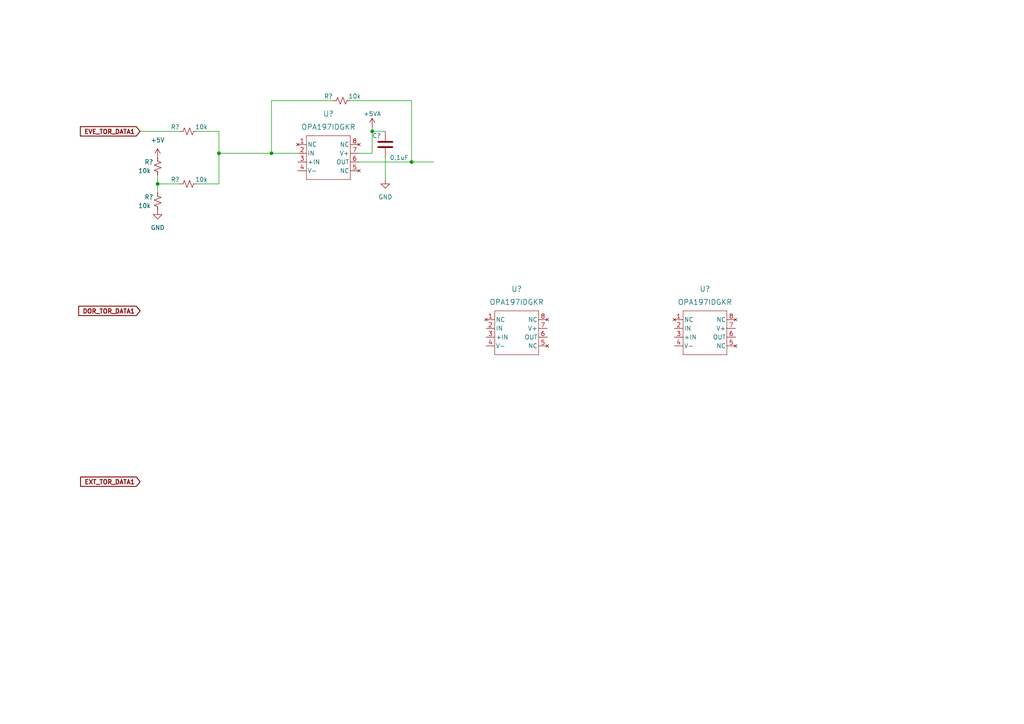
<source format=kicad_sch>
(kicad_sch (version 20211123) (generator eeschema)
  (paper "A4")
  (lib_symbols
    (symbol "Device:C" (pin_numbers hide) (pin_names (offset 0.254))
      (property "Reference" "C" (at 0.635 2.54 0))
      (property "Value" "C" (at 0.635 -2.54 0))
      (symbol "C_0_1"
        (polyline (pts (xy -2.032 -0.762) (xy 2.032 -0.762)) (stroke (width 0.508)))
        (polyline (pts (xy -2.032 0.762) (xy 2.032 0.762)) (stroke (width 0.508)))
      )
      (symbol "C_1_1"
        (pin passive line (at 0 3.81 270) (length 2.794) (name "~") (number "1"))
        (pin passive line (at 0 -3.81 90) (length 2.794) (name "~") (number "2"))
      )
    )
    (symbol "Device:R_Small_US" (pin_numbers hide) (pin_names (offset 0.254) hide)
      (property "Reference" "R" (at 0.762 0.508 0))
      (property "Value" "R_Small_US" (at 0.762 -1.016 0))
      (symbol "R_Small_US_1_1"
        (polyline (pts (xy 0 0) (xy 1.016 -0.381) (xy 0 -0.762) (xy -1.016 -1.143) (xy 0 -1.524)))
        (polyline (pts (xy 0 1.524) (xy 1.016 1.143) (xy 0 0.762) (xy -1.016 0.381) (xy 0 0)))
        (pin passive line (at 0 2.54 270) (length 1.016) (name "~") (number "1"))
        (pin passive line (at 0 -2.54 90) (length 1.016) (name "~") (number "2"))
      )
    )
    (symbol "SymLib:OPA197IDGKR" (pin_names (offset 0.254))
      (property "Reference" "U" (at 15.24 3.81 0))
      (property "Value" "OPA197IDGKR" (at 20.32 -11.43 0))
      (symbol "OPA197IDGKR_0_1"
        (polyline (pts (xy 13.97 -10.16) (xy 26.67 -10.16)) (stroke (width 0.127)))
        (polyline (pts (xy 13.97 2.54) (xy 13.97 -10.16)) (stroke (width 0.127)))
        (polyline (pts (xy 26.67 -10.16) (xy 26.67 2.54)) (stroke (width 0.127)))
        (polyline (pts (xy 26.67 2.54) (xy 13.97 2.54)) (stroke (width 0.127)))
        (pin no_connect line (at 11.43 0 0) (length 2.54) (name "NC") (number "1"))
        (pin unspecified line (at 11.43 -2.54 0) (length 2.54) (name "IN") (number "2"))
        (pin input line (at 11.43 -5.08 0) (length 2.54) (name "+IN") (number "3"))
        (pin power_in line (at 11.43 -7.62 0) (length 2.54) (name "V-") (number "4"))
        (pin no_connect line (at 29.21 -7.62 180) (length 2.54) (name "NC") (number "5"))
        (pin output line (at 29.21 -5.08 180) (length 2.54) (name "OUT") (number "6"))
        (pin power_in line (at 29.21 -2.54 180) (length 2.54) (name "V+") (number "7"))
        (pin no_connect line (at 29.21 0 180) (length 2.54) (name "NC") (number "8"))
      )
    )
    (symbol "power:+5V" (power) (pin_names (offset 0))
      (property "Value" "+5V" (at 0 3.556 0))
      (symbol "+5V_0_1"
        (polyline (pts (xy -0.762 1.27) (xy 0 2.54)))
        (polyline (pts (xy 0 0) (xy 0 2.54)))
        (polyline (pts (xy 0 2.54) (xy 0.762 1.27)))
      )
      (symbol "+5V_1_1"
        (pin power_in line (at 0 0 90) (length 0) hide (name "+5V") (number "1"))
      )
    )
    (symbol "power:+5VA" (power) (pin_names (offset 0))
      (property "Value" "+5VA" (at 0 3.556 0))
      (symbol "+5VA_0_1"
        (polyline (pts (xy -0.762 1.27) (xy 0 2.54)))
        (polyline (pts (xy 0 0) (xy 0 2.54)))
        (polyline (pts (xy 0 2.54) (xy 0.762 1.27)))
      )
      (symbol "+5VA_1_1"
        (pin power_in line (at 0 0 90) (length 0) hide (name "+5VA") (number "1"))
      )
    )
    (symbol "power:GND" (power) (pin_names (offset 0))
      (property "Value" "GND" (at 0 -3.81 0))
      (symbol "GND_0_1"
        (polyline (pts (xy 0 0) (xy 0 -1.27) (xy 1.27 -1.27) (xy 0 -2.54) (xy -1.27 -1.27) (xy 0 -1.27)))
      )
      (symbol "GND_1_1"
        (pin power_in line (at 0 0 270) (length 0) hide (name "GND") (number "1"))
      )
    )
  )
  (junction (at 45.72 53.34))
  (junction (at 78.74 44.45))
  (junction (at 107.95 38.1))
  (junction (at 63.5 44.45))
  (junction (at 119.38 46.99))
  (wire (pts (xy 111.76 45.72) (xy 111.76 52.07)))
  (wire (pts (xy 78.74 29.21) (xy 78.74 44.45)))
  (wire (pts (xy 119.38 29.21) (xy 101.6 29.21)))
  (wire (pts (xy 119.38 46.99) (xy 125.73 46.99)))
  (wire (pts (xy 45.72 53.34) (xy 45.72 55.88)))
  (wire (pts (xy 78.74 44.45) (xy 86.36 44.45)))
  (wire (pts (xy 45.72 50.8) (xy 45.72 53.34)))
  (wire (pts (xy 63.5 44.45) (xy 63.5 53.34)))
  (wire (pts (xy 40.64 38.1) (xy 52.07 38.1)))
  (wire (pts (xy 104.14 44.45) (xy 107.95 44.45)))
  (wire (pts (xy 63.5 38.1) (xy 63.5 44.45)))
  (wire (pts (xy 111.76 38.1) (xy 107.95 38.1)))
  (wire (pts (xy 119.38 46.99) (xy 119.38 29.21)))
  (wire (pts (xy 52.07 53.34) (xy 45.72 53.34)))
  (wire (pts (xy 107.95 38.1) (xy 107.95 44.45)))
  (wire (pts (xy 57.15 38.1) (xy 63.5 38.1)))
  (wire (pts (xy 107.95 36.83) (xy 107.95 38.1)))
  (wire (pts (xy 96.52 29.21) (xy 78.74 29.21)))
  (wire (pts (xy 57.15 53.34) (xy 63.5 53.34)))
  (wire (pts (xy 63.5 44.45) (xy 78.74 44.45)))
  (wire (pts (xy 104.14 46.99) (xy 119.38 46.99)))
  (global_label "EVE_TOR_DATA1" (shape input) (at 40.64 38.1 180) (effects (font bold)) (property "Intersheet References" "${INTERSHEET_REFS}" (effects hide)))
  (global_label "EXT_TOR_DATA1" (shape input) (at 40.64 139.7 180) (effects (font bold)) (property "Intersheet References" "${INTERSHEET_REFS}" (effects hide)))
  (global_label "DOR_TOR_DATA1" (shape input) (at 40.64 90.17 180) (effects (font bold)) (property "Intersheet References" "${INTERSHEET_REFS}" (effects hide)))
  (symbol (lib_id "SymLib:OPA197IDGKR") (at 129.54 92.71 0) (unit 1)
    (property "Reference" "U?" (at 149.86 83.82 0) (effects (font (size 1.524 1.524))))
    (property "Value" "OPA197IDGKR" (at 149.86 87.63 0) (effects (font (size 1.524 1.524))))
    (property "Footprint" "DGK8_TEX" (effects hide))
    (property "Datasheet" "OPA197IDGKR" (effects hide))
  )
  (symbol (lib_id "power:+5V") (at 45.72 45.72 0) (unit 1)
    (property "Reference" "#PWR?" (effects hide))
    (property "Value" "+5V" (at 45.72 40.64 0))
  )
  (symbol (lib_id "Device:R_Small_US") (at 45.72 58.42 180) (unit 1)
    (property "Reference" "R?" (at 43.18 57.15 0))
    (property "Value" "10k" (at 41.91 59.69 0))
    (property "Footprint" "Resistor_SMD:R_0805_2012Metric" (effects hide))
  )
  (symbol (lib_id "SymLib:OPA197IDGKR") (at 74.93 41.91 0) (unit 1)
    (property "Reference" "U?" (at 95.25 33.02 0) (effects (font (size 1.524 1.524))))
    (property "Value" "OPA197IDGKR" (at 95.25 36.83 0) (effects (font (size 1.524 1.524))))
    (property "Footprint" "DGK8_TEX" (effects hide))
    (property "Datasheet" "OPA197IDGKR" (effects hide))
  )
  (symbol (lib_id "Device:R_Small_US") (at 54.61 38.1 90) (unit 1)
    (property "Reference" "R?" (at 50.8 36.83 90))
    (property "Value" "10k" (at 58.42 36.83 90))
    (property "Footprint" "Resistor_SMD:R_0805_2012Metric" (effects hide))
  )
  (symbol (lib_id "power:GND") (at 111.76 52.07 0) (unit 1)
    (property "Reference" "#PWR?" (effects hide))
    (property "Value" "GND" (at 111.76 57.15 0))
  )
  (symbol (lib_id "Device:R_Small_US") (at 99.06 29.21 90) (unit 1)
    (property "Reference" "R?" (at 95.25 27.94 90))
    (property "Value" "10k" (at 102.87 27.94 90))
    (property "Footprint" "Resistor_SMD:R_0805_2012Metric" (effects hide))
  )
  (symbol (lib_id "Device:R_Small_US") (at 54.61 53.34 90) (unit 1)
    (property "Reference" "R?" (at 50.8 52.07 90))
    (property "Value" "10k" (at 58.42 52.07 90))
    (property "Footprint" "Resistor_SMD:R_0805_2012Metric" (effects hide))
  )
  (symbol (lib_id "power:GND") (at 45.72 60.96 0) (unit 1)
    (property "Reference" "#PWR?" (effects hide))
    (property "Value" "GND" (at 45.72 66.04 0))
  )
  (symbol (lib_id "Device:C") (at 111.76 41.91 0) (unit 1)
    (property "Reference" "C?" (at 107.95 39.37 0) (effects (justify left)))
    (property "Value" "0,1uF" (at 113.03 45.72 0) (effects (justify left)))
    (property "Footprint" "FootPrintLib:CAPC220145_88N_KEM" (effects hide))
  )
  (symbol (lib_id "SymLib:OPA197IDGKR") (at 184.15 92.71 0) (unit 1)
    (property "Reference" "U?" (at 204.47 83.82 0) (effects (font (size 1.524 1.524))))
    (property "Value" "OPA197IDGKR" (at 204.47 87.63 0) (effects (font (size 1.524 1.524))))
    (property "Footprint" "DGK8_TEX" (effects hide))
    (property "Datasheet" "OPA197IDGKR" (effects hide))
  )
  (symbol (lib_id "Device:R_Small_US") (at 45.72 48.26 180) (unit 1)
    (property "Reference" "R?" (at 43.18 46.99 0))
    (property "Value" "10k" (at 41.91 49.53 0))
    (property "Footprint" "Resistor_SMD:R_0805_2012Metric" (effects hide))
  )
  (symbol (lib_id "power:+5VA") (at 107.95 36.83 0) (unit 1)
    (property "Reference" "#PWR?" (effects hide))
    (property "Value" "+5VA" (at 107.95 33.02 0))
  )
)
</source>
